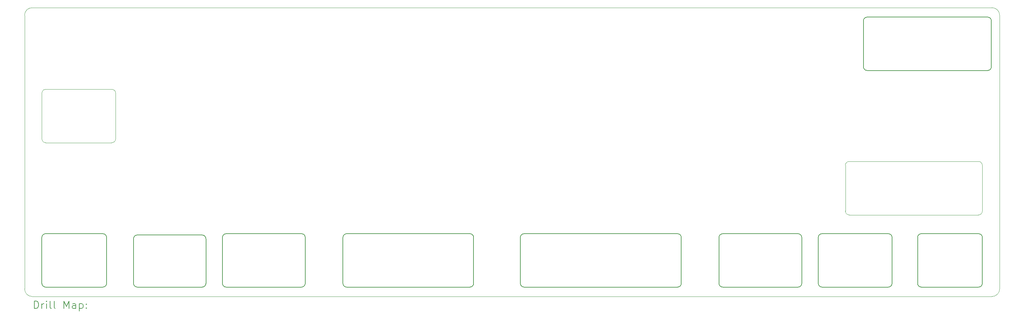
<source format=gbr>
%TF.GenerationSoftware,KiCad,Pcbnew,7.0.7-7.0.7~ubuntu23.04.1*%
%TF.CreationDate,Date%
%TF.ProjectId,plate,706c6174-652e-46b6-9963-61645f706362,rev?*%
%TF.SameCoordinates,Original*%
%TF.FileFunction,Drillmap*%
%TF.FilePolarity,Positive*%
%FSLAX45Y45*%
G04 Gerber Fmt 4.5, Leading zero omitted, Abs format (unit mm)*
G04 Created by KiCad*
%MOMM*%
%LPD*%
G01*
G04 APERTURE LIST*
%ADD10C,0.100000*%
%ADD11C,0.150000*%
%ADD12C,0.200000*%
G04 APERTURE END LIST*
D10*
X4238023Y-8921800D02*
X2493023Y-8921800D01*
X27098082Y-10827255D02*
X23685132Y-10827255D01*
D11*
X19157632Y-12732195D02*
X15112632Y-12732195D01*
X4909492Y-11357202D02*
G75*
G03*
X4809492Y-11457195I-12J-99988D01*
G01*
X22335682Y-12732262D02*
G75*
G03*
X22435682Y-12632255I-2J100002D01*
G01*
X3999497Y-12732255D02*
X2491998Y-12732255D01*
X15012635Y-12632195D02*
G75*
G03*
X15112632Y-12732195I99995J-5D01*
G01*
X20251382Y-12632255D02*
X20251382Y-11422195D01*
X7254497Y-11322247D02*
G75*
G03*
X7154497Y-11422255I-7J-99993D01*
G01*
X6619492Y-12732202D02*
G75*
G03*
X6719492Y-12632195I-2J100002D01*
G01*
X10432642Y-11322262D02*
G75*
G03*
X10332642Y-11422255I-12J-99988D01*
G01*
X19257632Y-11422195D02*
X19257632Y-12632195D01*
X9238867Y-12732197D02*
G75*
G03*
X9338867Y-12632195I3J99997D01*
G01*
X2392005Y-12632255D02*
G75*
G03*
X2491998Y-12732255I99995J-5D01*
G01*
X2491998Y-11322255D02*
G75*
G03*
X2391998Y-11422255I-11J-99990D01*
G01*
X9338865Y-11422255D02*
G75*
G03*
X9238867Y-11322255I-99995J5D01*
G01*
X7154497Y-12632195D02*
X7154497Y-11422255D01*
X24816975Y-11422195D02*
G75*
G03*
X24716982Y-11322195I-99995J5D01*
G01*
X7154505Y-12632195D02*
G75*
G03*
X7254497Y-12732195I99995J-5D01*
G01*
X22335682Y-12732255D02*
X20351382Y-12732255D01*
X6719485Y-11457195D02*
G75*
G03*
X6619492Y-11357195I-99995J5D01*
G01*
D10*
X2136375Y-5359750D02*
G75*
G03*
X1936375Y-5559750I0J-200000D01*
G01*
D11*
X4099495Y-11422255D02*
G75*
G03*
X3999497Y-11322255I-99995J5D01*
G01*
X24061380Y-6917250D02*
G75*
G03*
X24161382Y-7017250I100000J0D01*
G01*
D10*
X1936375Y-12779750D02*
X1936375Y-5559750D01*
D11*
X13780687Y-11422255D02*
X13780687Y-12632195D01*
X4809495Y-12632195D02*
G75*
G03*
X4909492Y-12732195I99995J-5D01*
G01*
X7254497Y-11322255D02*
X9238867Y-11322255D01*
D10*
X23685132Y-9417262D02*
G75*
G03*
X23585132Y-9517255I-12J-99988D01*
G01*
X2393030Y-8821800D02*
G75*
G03*
X2493023Y-8921800I99990J-10D01*
G01*
D11*
X15112632Y-11322195D02*
X19157632Y-11322195D01*
X27198075Y-11422195D02*
G75*
G03*
X27098082Y-11322195I-99995J5D01*
G01*
D10*
X27653875Y-5559750D02*
X27653875Y-12779750D01*
D11*
X20351382Y-11322202D02*
G75*
G03*
X20251382Y-11422195I-12J-99988D01*
G01*
X10332642Y-12632195D02*
X10332642Y-11422255D01*
X3999497Y-12732257D02*
G75*
G03*
X4099497Y-12632255I3J99998D01*
G01*
D10*
X27198082Y-9517255D02*
X27198082Y-10727255D01*
D11*
X22970682Y-11322202D02*
G75*
G03*
X22870682Y-11422195I-12J-99988D01*
G01*
X27336382Y-7017252D02*
G75*
G03*
X27436382Y-6917250I-2J100002D01*
G01*
X19257625Y-11422195D02*
G75*
G03*
X19157632Y-11322195I-99995J5D01*
G01*
X22435675Y-11422195D02*
G75*
G03*
X22335682Y-11322195I-99995J5D01*
G01*
X15012632Y-12632195D02*
X15012632Y-11422195D01*
X25490135Y-12632255D02*
G75*
G03*
X25590132Y-12732255I99995J-5D01*
G01*
X25490132Y-12632255D02*
X25490132Y-11422195D01*
X24716982Y-12732262D02*
G75*
G03*
X24816982Y-12632255I-2J100002D01*
G01*
X6719492Y-11457195D02*
X6719492Y-12632195D01*
D10*
X23585132Y-10727255D02*
X23585132Y-9517255D01*
X27453875Y-12979745D02*
G75*
G03*
X27653875Y-12779750I5J199995D01*
G01*
D11*
X10332645Y-12632195D02*
G75*
G03*
X10432642Y-12732195I99995J-5D01*
G01*
D10*
X1936375Y-12779750D02*
G75*
G03*
X2136375Y-12979750I200000J0D01*
G01*
X27098082Y-10827262D02*
G75*
G03*
X27198082Y-10727255I-2J100002D01*
G01*
D11*
X24161382Y-5607250D02*
X27336382Y-5607250D01*
X24716982Y-12732255D02*
X22970682Y-12732255D01*
X13680687Y-12732195D02*
X10432642Y-12732195D01*
D10*
X4238023Y-8921793D02*
G75*
G03*
X4338023Y-8821800I7J99993D01*
G01*
D11*
X25590132Y-11322195D02*
X27098082Y-11322195D01*
X22870682Y-12632255D02*
X22870682Y-11422195D01*
D10*
X27453875Y-5359750D02*
X2136375Y-5359750D01*
D11*
X4909492Y-11357195D02*
X6619492Y-11357195D01*
D10*
X2136375Y-12979750D02*
X27453875Y-12979750D01*
D11*
X24816982Y-11422195D02*
X24816982Y-12632255D01*
X27336382Y-7017250D02*
X24161382Y-7017250D01*
X22435682Y-11422195D02*
X22435682Y-12632255D01*
X4809492Y-12632195D02*
X4809492Y-11457195D01*
X24061382Y-6917250D02*
X24061382Y-5707250D01*
D10*
X23585135Y-10727255D02*
G75*
G03*
X23685132Y-10827255I99995J-5D01*
G01*
X2493023Y-7513793D02*
G75*
G03*
X2393023Y-7613800I7J-100007D01*
G01*
X27653880Y-5559750D02*
G75*
G03*
X27453875Y-5359750I-200000J0D01*
G01*
D11*
X20251385Y-12632255D02*
G75*
G03*
X20351382Y-12732255I99995J-5D01*
G01*
D10*
X2493023Y-7513800D02*
X4238023Y-7513800D01*
D11*
X22870685Y-12632255D02*
G75*
G03*
X22970682Y-12732255I99995J-5D01*
G01*
X27098082Y-12732255D02*
X25590132Y-12732255D01*
X2491998Y-11322255D02*
X3999497Y-11322255D01*
D10*
X4338020Y-7613800D02*
G75*
G03*
X4238023Y-7513800I-100000J0D01*
G01*
D11*
X25590132Y-11322202D02*
G75*
G03*
X25490132Y-11422195I-12J-99988D01*
G01*
X27198082Y-11422195D02*
X27198082Y-12632255D01*
X2391998Y-12632255D02*
X2391998Y-11422255D01*
X13680687Y-12732197D02*
G75*
G03*
X13780687Y-12632195I3J99997D01*
G01*
X9338867Y-11422255D02*
X9338867Y-12632195D01*
X22970682Y-11322195D02*
X24716982Y-11322195D01*
X27436382Y-5707250D02*
X27436382Y-6917250D01*
X6619492Y-12732195D02*
X4909492Y-12732195D01*
X19157632Y-12732202D02*
G75*
G03*
X19257632Y-12632195I-2J100002D01*
G01*
X9238867Y-12732195D02*
X7254497Y-12732195D01*
X10432642Y-11322255D02*
X13680687Y-11322255D01*
X27098082Y-12732262D02*
G75*
G03*
X27198082Y-12632255I-2J100002D01*
G01*
D10*
X23685132Y-9417255D02*
X27098082Y-9417255D01*
D11*
X27436380Y-5707250D02*
G75*
G03*
X27336382Y-5607250I-100000J0D01*
G01*
D10*
X4338023Y-7613800D02*
X4338023Y-8821800D01*
D11*
X24161382Y-5607252D02*
G75*
G03*
X24061382Y-5707250I-2J-99998D01*
G01*
X20351382Y-11322195D02*
X22335682Y-11322195D01*
X15112632Y-11322202D02*
G75*
G03*
X15012632Y-11422195I-12J-99988D01*
G01*
D10*
X2393023Y-8821800D02*
X2393023Y-7613800D01*
X27198075Y-9517255D02*
G75*
G03*
X27098082Y-9417255I-99995J5D01*
G01*
D11*
X13780685Y-11422255D02*
G75*
G03*
X13680687Y-11322255I-99995J5D01*
G01*
X4099497Y-11422255D02*
X4099497Y-12632255D01*
D12*
X2192152Y-13296234D02*
X2192152Y-13096234D01*
X2192152Y-13096234D02*
X2239771Y-13096234D01*
X2239771Y-13096234D02*
X2268342Y-13105758D01*
X2268342Y-13105758D02*
X2287390Y-13124805D01*
X2287390Y-13124805D02*
X2296914Y-13143853D01*
X2296914Y-13143853D02*
X2306438Y-13181948D01*
X2306438Y-13181948D02*
X2306438Y-13210519D01*
X2306438Y-13210519D02*
X2296914Y-13248615D01*
X2296914Y-13248615D02*
X2287390Y-13267662D01*
X2287390Y-13267662D02*
X2268342Y-13286710D01*
X2268342Y-13286710D02*
X2239771Y-13296234D01*
X2239771Y-13296234D02*
X2192152Y-13296234D01*
X2392152Y-13296234D02*
X2392152Y-13162900D01*
X2392152Y-13200996D02*
X2401676Y-13181948D01*
X2401676Y-13181948D02*
X2411199Y-13172424D01*
X2411199Y-13172424D02*
X2430247Y-13162900D01*
X2430247Y-13162900D02*
X2449295Y-13162900D01*
X2515961Y-13296234D02*
X2515961Y-13162900D01*
X2515961Y-13096234D02*
X2506438Y-13105758D01*
X2506438Y-13105758D02*
X2515961Y-13115281D01*
X2515961Y-13115281D02*
X2525485Y-13105758D01*
X2525485Y-13105758D02*
X2515961Y-13096234D01*
X2515961Y-13096234D02*
X2515961Y-13115281D01*
X2639771Y-13296234D02*
X2620723Y-13286710D01*
X2620723Y-13286710D02*
X2611199Y-13267662D01*
X2611199Y-13267662D02*
X2611199Y-13096234D01*
X2744533Y-13296234D02*
X2725485Y-13286710D01*
X2725485Y-13286710D02*
X2715961Y-13267662D01*
X2715961Y-13267662D02*
X2715961Y-13096234D01*
X2973104Y-13296234D02*
X2973104Y-13096234D01*
X2973104Y-13096234D02*
X3039771Y-13239091D01*
X3039771Y-13239091D02*
X3106437Y-13096234D01*
X3106437Y-13096234D02*
X3106437Y-13296234D01*
X3287390Y-13296234D02*
X3287390Y-13191472D01*
X3287390Y-13191472D02*
X3277866Y-13172424D01*
X3277866Y-13172424D02*
X3258818Y-13162900D01*
X3258818Y-13162900D02*
X3220723Y-13162900D01*
X3220723Y-13162900D02*
X3201676Y-13172424D01*
X3287390Y-13286710D02*
X3268342Y-13296234D01*
X3268342Y-13296234D02*
X3220723Y-13296234D01*
X3220723Y-13296234D02*
X3201676Y-13286710D01*
X3201676Y-13286710D02*
X3192152Y-13267662D01*
X3192152Y-13267662D02*
X3192152Y-13248615D01*
X3192152Y-13248615D02*
X3201676Y-13229567D01*
X3201676Y-13229567D02*
X3220723Y-13220043D01*
X3220723Y-13220043D02*
X3268342Y-13220043D01*
X3268342Y-13220043D02*
X3287390Y-13210519D01*
X3382628Y-13162900D02*
X3382628Y-13362900D01*
X3382628Y-13172424D02*
X3401676Y-13162900D01*
X3401676Y-13162900D02*
X3439771Y-13162900D01*
X3439771Y-13162900D02*
X3458818Y-13172424D01*
X3458818Y-13172424D02*
X3468342Y-13181948D01*
X3468342Y-13181948D02*
X3477866Y-13200996D01*
X3477866Y-13200996D02*
X3477866Y-13258138D01*
X3477866Y-13258138D02*
X3468342Y-13277186D01*
X3468342Y-13277186D02*
X3458818Y-13286710D01*
X3458818Y-13286710D02*
X3439771Y-13296234D01*
X3439771Y-13296234D02*
X3401676Y-13296234D01*
X3401676Y-13296234D02*
X3382628Y-13286710D01*
X3563580Y-13277186D02*
X3573104Y-13286710D01*
X3573104Y-13286710D02*
X3563580Y-13296234D01*
X3563580Y-13296234D02*
X3554057Y-13286710D01*
X3554057Y-13286710D02*
X3563580Y-13277186D01*
X3563580Y-13277186D02*
X3563580Y-13296234D01*
X3563580Y-13172424D02*
X3573104Y-13181948D01*
X3573104Y-13181948D02*
X3563580Y-13191472D01*
X3563580Y-13191472D02*
X3554057Y-13181948D01*
X3554057Y-13181948D02*
X3563580Y-13172424D01*
X3563580Y-13172424D02*
X3563580Y-13191472D01*
M02*

</source>
